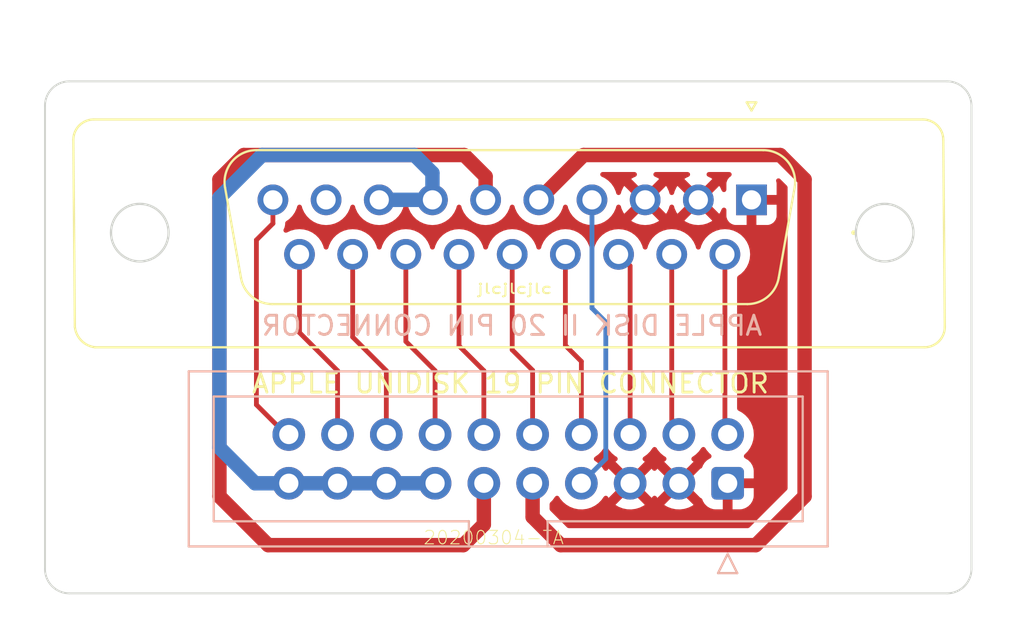
<source format=kicad_pcb>
(kicad_pcb (version 20211014) (generator pcbnew)
  (layers (0 "F.Cu" signal) (31 "B.Cu" signal) (34 "B.Paste" user) (35 "F.Paste" user) (36 "B.SilkS" user "B.Silkscreen") (37 "F.SilkS" user "F.Silkscreen") (38 "B.Mask" user) (39 "F.Mask" user) (44 "Edge.Cuts" user))
  (net 0 "")
  (net 1 "GND")
  (net 2 "/PH0")
  (net 3 "/PH1")
  (net 4 "/PH2")
  (net 5 "/{slash}3,5EN")
  (net 6 "/PH3")
  (net 7 "-12V")
  (net 8 "/{slash}WREQ")
  (net 9 "+5V")
  (net 10 "/SEL")
  (net 11 "+12V")
  (net 12 "/{slash}DRIVE1")
  (net 13 "/RD")
  (net 14 "/WR")
  (net 15 "/WRPROT")
  (net 16 "/{slash}DRIVE2")
  (footprint "terence:DSUB19" (layer "F.Cu") (at 157.490872 72.184128)
    (fp_text reference "U1" hide)
    (fp_text value "DB19 Female" hide)
    (fp_line (start 14.71147 9.518256) (end 13.882733 14.218256) (layer "F.SilkS") (width 0.12))
    (fp_line (start -12.494696 15.59) (end 12.247952 15.59) (layer "F.SilkS") (width 0.12))
    (fp_line (start 12.715 5.08) (end 12.465 5.513013) (layer "F.SilkS") (width 0.12))
    (fp_line (start 22.455 7.034338) (end 22.534128 16.78) (layer "F.SilkS") (width 0.12))
    (fp_line (start 21.474128 17.84) (end -21.720872 17.84) (layer "F.SilkS") (width 0.12))
    (fp_line (start 12.465 5.513013) (end 12.215 5.08) (layer "F.SilkS") (width 0.12))
    (fp_line (start -21.8 5.974338) (end 21.395 5.974338) (layer "F.SilkS") (width 0.12))
    (fp_line (start -14.958214 9.518256) (end -14.129477 14.218256) (layer "F.SilkS") (width 0.12))
    (fp_line (start 12.215 5.08) (end 12.715 5.08) (layer "F.SilkS") (width 0.12))
    (fp_line (start -13.323433 7.57) (end 13.076689 7.57) (layer "F.SilkS") (width 0.12))
    (fp_line (start -22.780872 16.78) (end -22.86 7.034338) (layer "F.SilkS") (width 0.12))
    (fp_arc (start -12.494696 15.59) (mid -13.561724 15.201634) (end -14.129477 14.218256) (layer "F.SilkS") (width 0.12))
    (fp_arc (start 13.882733 14.218256) (mid 13.31498 15.201634) (end 12.247952 15.59) (layer "F.SilkS") (width 0.12))
    (fp_arc (start 21.395 5.974338) (mid 22.144533 6.284805) (end 22.455 7.034338) (layer "F.SilkS") (width 0.12))
    (fp_arc (start 22.534128 16.78) (mid 22.223661 17.529533) (end 21.474128 17.84) (layer "F.SilkS") (width 0.12))
    (fp_arc (start 13.076689 7.57) (mid 14.348323 8.162973) (end 14.71147 9.518256) (layer "F.SilkS") (width 0.12))
    (fp_arc (start -14.958214 9.518256) (mid -14.595067 8.162972) (end -13.323433 7.57) (layer "F.SilkS") (width 0.12))
    (fp_arc (start -22.86 7.034338) (mid -22.549533 6.284805) (end -21.8 5.974338) (layer "F.SilkS") (width 0.12))
    (fp_arc (start -21.720872 17.84) (mid -22.437341 17.496469) (end -22.780872 16.78) (layer "F.SilkS") (width 0.12))
    (fp_circle (center 17.78 11.868256) (end 17.78 11.868256) (layer "F.SilkS") (width 0.12) (fill none))
    (fp_circle (center -19.4 11.868256) (end -17.9 11.868256) (layer "Edge.Cuts") (width 0.12) (fill none))
    (fp_circle (center 19.4 11.868256) (end 20.9 11.868256) (layer "Edge.Cuts") (width 0.12) (fill none))
    (pad "1" thru_hole rect (at 12.465 10.16) (size 1.6 1.6) (drill 1) (layers *.Cu *.Mask) (net 1 "GND"))
    (pad "2" thru_hole circle (at 9.695 10.16) (size 1.6 1.6) (drill 1) (layers *.Cu *.Mask) (net 1 "GND"))
    (pad "3" thru_hole circle (at 6.925 10.16) (size 1.6 1.6) (drill 1) (layers *.Cu *.Mask) (net 1 "GND"))
    (pad "4" thru_hole circle (at 4.155 10.16) (size 1.6 1.6) (drill 1) (layers *.Cu *.Mask) (net 5 "/{slash}3,5EN"))
    (pad "5" thru_hole circle (at 1.385 10.16) (size 1.6 1.6) (drill 1) (layers *.Cu *.Mask) (net 7 "-12V"))
    (pad "6" thru_hole circle (at -1.385 10.16) (size 1.6 1.6) (drill 1) (layers *.Cu *.Mask) (net 9 "+5V"))
    (pad "7" thru_hole circle (at -4.155 10.16) (size 1.6 1.6) (drill 1) (layers *.Cu *.Mask) (net 11 "+12V"))
    (pad "8" thru_hole circle (at -6.925 10.16) (size 1.6 1.6) (drill 1) (layers *.Cu *.Mask) (net 11 "+12V"))
    (pad "9" thru_hole circle (at -9.695 10.16) (size 1.6 1.6) (drill 1) (layers *.Cu *.Mask) (net 16 "/{slash}DRIVE2"))
    (pad "10" thru_hole circle (at -12.465 10.16) (size 1.6 1.6) (drill 1) (layers *.Cu *.Mask) (net 15 "/WRPROT"))
    (pad "11" thru_hole circle (at 11.08 13) (size 1.6 1.6) (drill 1) (layers *.Cu *.Mask) (net 2 "/PH0"))
    (pad "12" thru_hole circle (at 8.31 13) (size 1.6 1.6) (drill 1) (layers *.Cu *.Mask) (net 3 "/PH1"))
    (pad "13" thru_hole circle (at 5.54 13) (size 1.6 1.6) (drill 1) (layers *.Cu *.Mask) (net 4 "/PH2"))
    (pad "14" thru_hole circle (at 2.77 13) (size 1.6 1.6) (drill 1) (layers *.Cu *.Mask) (net 6 "/PH3"))
    (pad "15" thru_hole circle (at 0 13) (size 1.6 1.6) (drill 1) (layers *.Cu *.Mask) (net 8 "/{slash}WREQ"))
    (pad "16" thru_hole circle (at -2.77 13) (size 1.6 1.6) (drill 1) (layers *.Cu *.Mask) (net 10 "/SEL"))
    (pad "17" thru_hole circle (at -5.54 13) (size 1.6 1.6) (drill 1) (layers *.Cu *.Mask) (net 12 "/{slash}DRIVE1"))
    (pad "18" thru_hole circle (at -8.31 13) (size 1.6 1.6) (drill 1) (layers *.Cu *.Mask) (net 13 "/RD"))
    (pad "19" thru_hole circle (at -11.08 13) (size 1.6 1.6) (drill 1) (layers *.Cu *.Mask) (net 14 "/WR"))
  )
  (footprint "Connector_IDC:IDC-Header_2x10_P2.54mm_Vertical" (layer "B.Cu") (at 168.713372 97.107638 90)
    (fp_text reference "J1" hide)
    (fp_text value "APPLE II Disk" hide)
    (fp_line (start -3.29 -9.38) (end -1.98 -9.38) (layer "B.SilkS") (width 0.12))
    (fp_line (start 4.52 3.91) (end 4.52 -26.77) (layer "B.SilkS") (width 0.12))
    (fp_line (start -1.98 -13.48) (end -3.29 -13.48) (layer "B.SilkS") (width 0.12))
    (fp_line (start -4.68 -0.5) (end -3.68 0) (layer "B.SilkS") (width 0.12))
    (fp_line (start 4.52 -26.77) (end -1.98 -26.77) (layer "B.SilkS") (width 0.12))
    (fp_line (start 5.83 -28.07) (end -3.29 -28.07) (layer "B.SilkS") (width 0.12))
    (fp_line (start -1.98 3.91) (end 4.52 3.91) (layer "B.SilkS") (width 0.12))
    (fp_line (start -3.68 0) (end -4.68 0.5) (layer "B.SilkS") (width 0.12))
    (fp_line (start -1.98 -13.48) (end -1.98 -13.48) (layer "B.SilkS") (width 0.12))
    (fp_line (start -1.98 -9.38) (end -1.98 3.91) (layer "B.SilkS") (width 0.12))
    (fp_line (start 5.83 5.21) (end 5.83 -28.07) (layer "B.SilkS") (width 0.12))
    (fp_line (start -4.68 0.5) (end -4.68 -0.5) (layer "B.SilkS") (width 0.12))
    (fp_line (start -3.29 5.21) (end 5.83 5.21) (layer "B.SilkS") (width 0.12))
    (fp_line (start -3.29 -28.07) (end -3.29 5.21) (layer "B.SilkS") (width 0.12))
    (fp_line (start -1.98 -26.77) (end -1.98 -13.48) (layer "B.SilkS") (width 0.12))
    (pad "1" thru_hole roundrect (at 0 0 90) (size 1.7 1.7) (drill 1) (layers *.Cu *.Mask) (roundrect_rratio 0.1470588235) (net 1 "GND"))
    (pad "2" thru_hole circle (at 2.54 0 90) (size 1.7 1.7) (drill 1) (layers *.Cu *.Mask) (net 2 "/PH0"))
    (pad "3" thru_hole circle (at 0 -2.54 90) (size 1.7 1.7) (drill 1) (layers *.Cu *.Mask) (net 1 "GND"))
    (pad "4" thru_hole circle (at 2.54 -2.54 90) (size 1.7 1.7) (drill 1) (layers *.Cu *.Mask) (net 3 "/PH1"))
    (pad "5" thru_hole circle (at 0 -5.08 90) (size 1.7 1.7) (drill 1) (layers *.Cu *.Mask) (net 1 "GND"))
    (pad "6" thru_hole circle (at 2.54 -5.08 90) (size 1.7 1.7) (drill 1) (layers *.Cu *.Mask) (net 4 "/PH2"))
    (pad "7" thru_hole circle (at 0 -7.62 90) (size 1.7 1.7) (drill 1) (layers *.Cu *.Mask) (net 5 "/{slash}3,5EN"))
    (pad "8" thru_hole circle (at 2.54 -7.62 90) (size 1.7 1.7) (drill 1) (layers *.Cu *.Mask) (net 6 "/PH3"))
    (pad "9" thru_hole circle (at 0 -10.16 90) (size 1.7 1.7) (drill 1) (layers *.Cu *.Mask) (net 7 "-12V"))
    (pad "10" thru_hole circle (at 2.54 -10.16 90) (size 1.7 1.7) (drill 1) (layers *.Cu *.Mask) (net 8 "/{slash}WREQ"))
    (pad "11" thru_hole circle (at 0 -12.7 90) (size 1.7 1.7) (drill 1) (layers *.Cu *.Mask) (net 9 "+5V"))
    (pad "12" thru_hole circle (at 2.54 -12.7 90) (size 1.7 1.7) (drill 1) (layers *.Cu *.Mask) (net 10 "/SEL"))
    (pad "13" thru_hole circle (at 0 -15.24 90) (size 1.7 1.7) (drill 1) (layers *.Cu *.Mask) (net 11 "+12V"))
    (pad "14" thru_hole circle (at 2.54 -15.24 90) (size 1.7 1.7) (drill 1) (layers *.Cu *.Mask) (net 12 "/{slash}DRIVE1"))
    (pad "15" thru_hole circle (at 0 -17.78 90) (size 1.7 1.7) (drill 1) (layers *.Cu *.Mask) (net 11 "+12V"))
    (pad "16" thru_hole circle (at 2.54 -17.78 90) (size 1.7 1.7) (drill 1) (layers *.Cu *.Mask) (net 13 "/RD"))
    (pad "17" thru_hole circle (at 0 -20.32 90) (size 1.7 1.7) (drill 1) (layers *.Cu *.Mask) (net 11 "+12V"))
    (pad "18" thru_hole circle (at 2.54 -20.32 90) (size 1.7 1.7) (drill 1) (layers *.Cu *.Mask) (net 14 "/WR"))
    (pad "19" thru_hole circle (at 0 -22.86 90) (size 1.7 1.7) (drill 1) (layers *.Cu *.Mask) (net 11 "+12V"))
    (pad "20" thru_hole circle (at 2.54 -22.86 90) (size 1.7 1.7) (drill 1) (layers *.Cu *.Mask) (net 15 "/WRPROT"))
  )
  (gr_arc (start 133.153372 77.441628) (mid 133.525346 76.543602) (end 134.423372 76.171628) (layer "Edge.Cuts") (width 0.1))
  (gr_arc (start 180.143372 76.171628) (mid 181.041398 76.543602) (end 181.413372 77.441628) (layer "Edge.Cuts") (width 0.1))
  (gr_line (start 181.413372 101.571628) (end 181.413372 77.441628) (layer "Edge.Cuts") (width 0.1))
  (gr_line (start 133.153372 101.571628) (end 133.153372 77.441628) (layer "Edge.Cuts") (width 0.1))
  (gr_arc (start 134.423372 102.841628) (mid 133.525346 102.469654) (end 133.153372 101.571628) (layer "Edge.Cuts") (width 0.1))
  (gr_arc (start 181.413372 101.571628) (mid 181.041398 102.469654) (end 180.143372 102.841628) (layer "Edge.Cuts") (width 0.1))
  (gr_line (start 180.143372 76.171628) (end 134.423372 76.171628) (layer "Edge.Cuts") (width 0.1))
  (gr_line (start 134.423372 102.841628) (end 180.143372 102.841628) (layer "Edge.Cuts") (width 0.1))
  (gr_text "APPLE DISK II 20 PIN CONNECTOR" (at 157.48 88.9) (layer "B.SilkS") (effects (font (size 1 1)) (justify mirror)))
  (gr_text "20200304-TA" (at 156.524585 99.9388) (layer "F.SilkS") (effects (font (size 0.7 0.7) (thickness 0.05))))
  (gr_text "APPLE UNIDISK 19 PIN CONNECTOR" (at 157.403092 91.902223) (layer "F.SilkS") (effects (font (size 1 1))))
  (gr_text "jlcjlcjlc\n" (at 157.621795 86.977512) (layer "F.SilkS") (effects (font (size 0.5 0.7) (thickness 0.1))))
  (segment (start 168.570872 94.561628) (end 168.713372 94.704128) (width 0.25) (layer "F.Cu") (net 2))
  (segment (start 168.570872 85.184128) (end 168.570872 94.561628) (width 0.25) (layer "F.Cu") (net 2))
  (segment (start 165.800872 94.331628) (end 166.173372 94.704128) (width 0.25) (layer "F.Cu") (net 3))
  (segment (start 165.800872 85.184128) (end 165.800872 94.331628) (width 0.25) (layer "F.Cu") (net 3))
  (segment (start 163.633372 85.786628) (end 163.030872 85.184128) (width 0.25) (layer "F.Cu") (net 4))
  (segment (start 163.633372 94.704128) (end 163.633372 85.786628) (width 0.25) (layer "F.Cu") (net 4))
  (segment (start 161.645872 82.344128) (end 161.645872 87.985872) (width 0.25) (layer "B.Cu") (net 5))
  (segment (start 161.645872 87.985872) (end 162.365884 88.705884) (width 0.25) (layer "B.Cu") (net 5))
  (segment (start 162.365884 95.835126) (end 161.093372 97.107638) (width 0.25) (layer "B.Cu") (net 5))
  (segment (start 162.365884 88.705884) (end 162.365884 95.835126) (width 0.25) (layer "B.Cu") (net 5))
  (segment (start 160.260872 85.184128) (end 160.260872 89.929128) (width 0.25) (layer "F.Cu") (net 6))
  (segment (start 160.260872 89.929128) (end 161.093372 90.761628) (width 0.25) (layer "F.Cu") (net 6))
  (segment (start 161.093372 90.761628) (end 161.093372 94.704128) (width 0.25) (layer "F.Cu") (net 6))
  (segment (start 172.72 81.28) (end 172.72 97.79) (width 0.75) (layer "F.Cu") (net 7))
  (segment (start 160.02 100.33) (end 158.553372 98.863372) (width 0.75) (layer "F.Cu") (net 7))
  (segment (start 172.72 97.79) (end 170.18 100.33) (width 0.75) (layer "F.Cu") (net 7))
  (segment (start 171.45 80.01) (end 172.72 81.28) (width 0.75) (layer "F.Cu") (net 7))
  (segment (start 161.21 80.01) (end 171.45 80.01) (width 0.75) (layer "F.Cu") (net 7))
  (segment (start 158.875872 82.344128) (end 161.21 80.01) (width 0.75) (layer "F.Cu") (net 7))
  (segment (start 170.18 100.33) (end 160.02 100.33) (width 0.75) (layer "F.Cu") (net 7))
  (segment (start 158.553372 98.863372) (end 158.553372 97.107638) (width 0.75) (layer "F.Cu") (net 7))
  (segment (start 158.553372 91.221628) (end 158.553372 94.704128) (width 0.25) (layer "F.Cu") (net 8))
  (segment (start 157.490872 85.184128) (end 157.490872 90.159128) (width 0.25) (layer "F.Cu") (net 8))
  (segment (start 157.490872 90.159128) (end 158.553372 91.221628) (width 0.25) (layer "F.Cu") (net 8))
  (segment (start 143.51 80.01) (end 154.990872 80.01) (width 0.75) (layer "F.Cu") (net 9))
  (segment (start 142.24 97.79) (end 142.24 81.28) (width 0.75) (layer "F.Cu") (net 9))
  (segment (start 156.013372 99.256628) (end 154.94 100.33) (width 0.75) (layer "F.Cu") (net 9))
  (segment (start 154.990872 80.01) (end 156.105872 81.125) (width 0.75) (layer "F.Cu") (net 9))
  (segment (start 154.94 100.33) (end 144.78 100.33) (width 0.75) (layer "F.Cu") (net 9))
  (segment (start 156.013372 97.107638) (end 156.013372 99.256628) (width 0.75) (layer "F.Cu") (net 9))
  (segment (start 142.24 81.28) (end 143.51 80.01) (width 0.75) (layer "F.Cu") (net 9))
  (segment (start 156.105872 81.125) (end 156.105872 82.344128) (width 0.75) (layer "F.Cu") (net 9))
  (segment (start 144.78 100.33) (end 142.24 97.79) (width 0.75) (layer "F.Cu") (net 9))
  (segment (start 156.013372 91.243372) (end 156.013372 94.704128) (width 0.25) (layer "F.Cu") (net 10))
  (segment (start 154.720872 89.950872) (end 156.013372 91.243372) (width 0.25) (layer "F.Cu") (net 10))
  (segment (start 154.720872 85.184128) (end 154.720872 89.950872) (width 0.25) (layer "F.Cu") (net 10))
  (segment (start 153.335872 82.344128) (end 153.335872 80.945872) (width 0.75) (layer "B.Cu") (net 11))
  (segment (start 153.335872 80.945872) (end 152.4 80.01) (width 0.75) (layer "B.Cu") (net 11))
  (segment (start 150.933372 97.107638) (end 153.473372 97.107638) (width 0.75) (layer "B.Cu") (net 11))
  (segment (start 144.097638 97.107638) (end 145.853372 97.107638) (width 0.75) (layer "B.Cu") (net 11))
  (segment (start 145.853372 97.107638) (end 148.393372 97.107638) (width 0.75) (layer "B.Cu") (net 11))
  (segment (start 152.4 80.01) (end 144.463073 80.01) (width 0.75) (layer "B.Cu") (net 11))
  (segment (start 142.24 95.25) (end 144.097638 97.107638) (width 0.75) (layer "B.Cu") (net 11))
  (segment (start 150.565872 82.344128) (end 153.335872 82.344128) (width 0.75) (layer "B.Cu") (net 11))
  (segment (start 148.393372 97.107638) (end 150.933372 97.107638) (width 0.75) (layer "B.Cu") (net 11))
  (segment (start 144.463073 80.01) (end 142.24 82.233073) (width 0.75) (layer "B.Cu") (net 11))
  (segment (start 142.24 82.233073) (end 142.24 95.25) (width 0.75) (layer "B.Cu") (net 11))
  (segment (start 153.473372 94.704128) (end 153.473372 91.243372) (width 0.25) (layer "F.Cu") (net 12))
  (segment (start 151.950872 89.720872) (end 151.950872 85.184128) (width 0.25) (layer "F.Cu") (net 12))
  (segment (start 153.473372 91.243372) (end 151.950872 89.720872) (width 0.25) (layer "F.Cu") (net 12))
  (segment (start 150.933372 91.243372) (end 149.180872 89.490872) (width 0.25) (layer "F.Cu") (net 13))
  (segment (start 150.933372 94.704128) (end 150.933372 91.243372) (width 0.25) (layer "F.Cu") (net 13))
  (segment (start 149.180872 89.490872) (end 149.180872 85.184128) (width 0.25) (layer "F.Cu") (net 13))
  (segment (start 148.393372 94.704128) (end 148.393372 91.243372) (width 0.25) (layer "F.Cu") (net 14))
  (segment (start 148.393372 91.243372) (end 146.410872 89.260872) (width 0.25) (layer "F.Cu") (net 14))
  (segment (start 146.410872 89.260872) (end 146.410872 85.184128) (width 0.25) (layer "F.Cu") (net 14))
  (segment (start 144.166333 84.436333) (end 144.166333 93.017089) (width 0.25) (layer "F.Cu") (net 15))
  (segment (start 145.025872 83.576794) (end 145.025872 82.344128) (width 0.25) (layer "F.Cu") (net 15))
  (segment (start 144.166333 84.436333) (end 145.025872 83.576794) (width 0.25) (layer "F.Cu") (net 15))
  (segment (start 144.166333 93.017089) (end 145.853372 94.704128) (width 0.25) (layer "F.Cu") (net 15))
  (zone (net 1) (net_name "GND") (layer "F.Cu") (connect_pads (clearance 0.508)) (min_thickness 0.254) (fill yes (thermal_gap 0.508) (thermal_bridge_width 0.508))
    (polygon (pts (xy 184.15 104.14) (xy 130.81 104.14) (xy 130.81 74.93) (xy 184.15 74.93)))
  )
)
</source>
